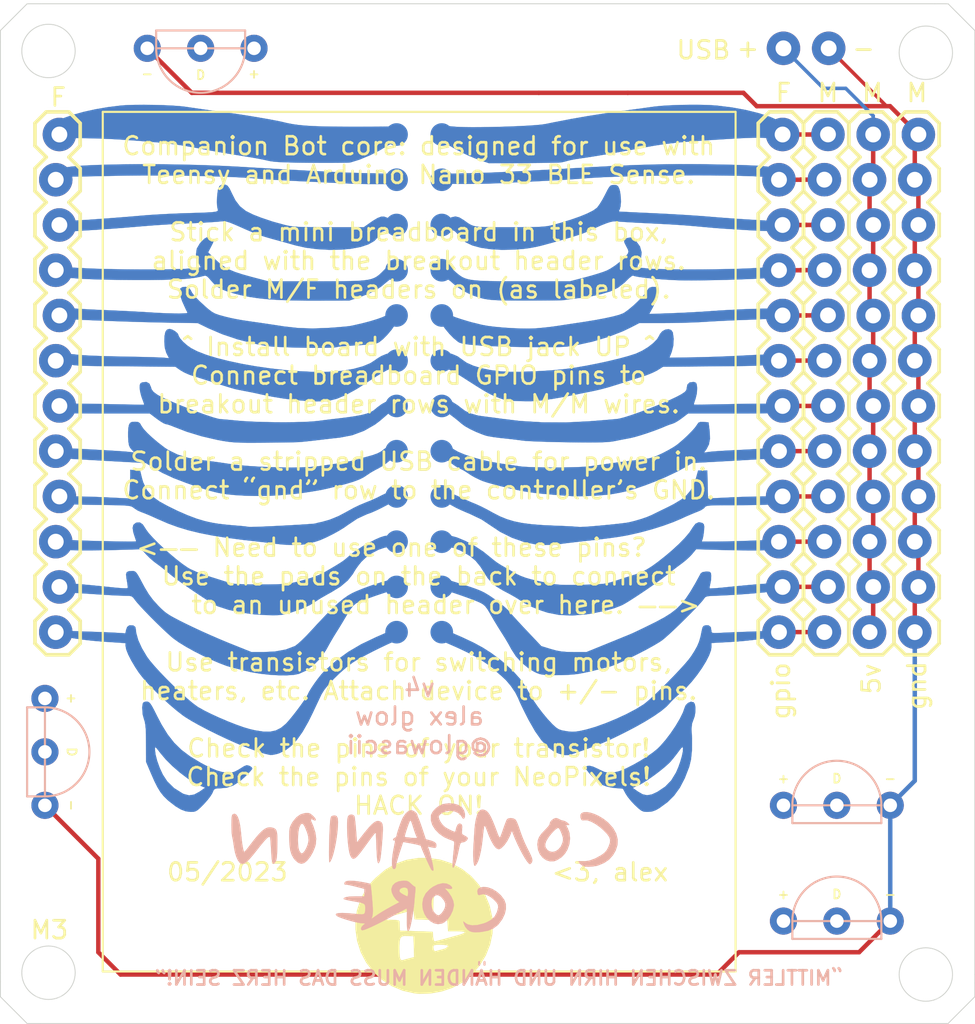
<source format=kicad_pcb>
(kicad_pcb (version 20221018) (generator pcbnew)

  (general
    (thickness 1.6)
  )

  (paper "A4")
  (layers
    (0 "F.Cu" signal)
    (31 "B.Cu" signal)
    (32 "B.Adhes" user "B.Adhesive")
    (33 "F.Adhes" user "F.Adhesive")
    (34 "B.Paste" user)
    (35 "F.Paste" user)
    (36 "B.SilkS" user "B.Silkscreen")
    (37 "F.SilkS" user "F.Silkscreen")
    (38 "B.Mask" user)
    (39 "F.Mask" user)
    (40 "Dwgs.User" user "User.Drawings")
    (41 "Cmts.User" user "User.Comments")
    (42 "Eco1.User" user "User.Eco1")
    (43 "Eco2.User" user "User.Eco2")
    (44 "Edge.Cuts" user)
    (45 "Margin" user)
    (46 "B.CrtYd" user "B.Courtyard")
    (47 "F.CrtYd" user "F.Courtyard")
    (48 "B.Fab" user)
    (49 "F.Fab" user)
  )

  (setup
    (pad_to_mask_clearance 0.051)
    (solder_mask_min_width 0.25)
    (pcbplotparams
      (layerselection 0x00010fc_ffffffff)
      (plot_on_all_layers_selection 0x0000000_00000000)
      (disableapertmacros false)
      (usegerberextensions false)
      (usegerberattributes false)
      (usegerberadvancedattributes false)
      (creategerberjobfile false)
      (dashed_line_dash_ratio 12.000000)
      (dashed_line_gap_ratio 3.000000)
      (svgprecision 4)
      (plotframeref false)
      (viasonmask false)
      (mode 1)
      (useauxorigin false)
      (hpglpennumber 1)
      (hpglpenspeed 20)
      (hpglpendiameter 15.000000)
      (dxfpolygonmode true)
      (dxfimperialunits true)
      (dxfusepcbnewfont true)
      (psnegative false)
      (psa4output false)
      (plotreference true)
      (plotvalue true)
      (plotinvisibletext false)
      (sketchpadsonfab false)
      (subtractmaskfromsilk false)
      (outputformat 1)
      (mirror false)
      (drillshape 1)
      (scaleselection 1)
      (outputdirectory "")
    )
  )

  (net 0 "")

  (footprint "alexglow-footprints:2-pin-power" (layer "F.Cu") (at 172.54 48.4 180))

  (footprint "alexglow-footprints:hlogoTiny" (layer "F.Cu") (at 149.75 97.75))

  (footprint "Connectors:1X12_MACHINE-PIN-HEADER_LOCK.004" (layer "F.Cu") (at 177.48 81.28 90))

  (footprint "Connectors:1X12_MACHINE-PIN-HEADER_LOCK.004" (layer "F.Cu") (at 169.85 81.28 90))

  (footprint "Connectors:1X12_MACHINE-PIN-HEADER_LOCK.004" (layer "F.Cu") (at 174.94 81.28 90))

  (footprint "Connectors:1X12_MACHINE-PIN-HEADER_LOCK.004" (layer "F.Cu") (at 129.21 81.28 90))

  (footprint "Connectors:1X12_MACHINE-PIN-HEADER_LOCK.004" (layer "F.Cu") (at 172.4 81.275 90))

  (footprint "cbot-breadboard:coretext-520" (layer "B.Cu") (at 149.87036 94.5 180))

  (footprint "alexglow-footprints:round-pad" (layer "B.Cu") (at 150.8 76.2))

  (footprint "alexglow-footprints:round-pad" (layer "B.Cu") (at 148.26 76.2))

  (footprint "alexglow-footprints:round-pad" (layer "B.Cu") (at 150.8 78.74))

  (footprint "alexglow-footprints:round-pad" (layer "B.Cu") (at 150.8 53.34))

  (footprint "alexglow-footprints:round-pad" (layer "B.Cu") (at 150.8 55.88))

  (footprint "alexglow-footprints:round-pad" (layer "B.Cu") (at 148.26 53.34))

  (footprint "cbot-breadboard:herz-whole-mask-neg-520" (layer "B.Cu") (at 141.91 68.707 180))

  (footprint "cbot-breadboard:bow-smol-neg-385" (layer "B.Cu")
    (tstamp 00000000-0000-0000-0000-0000619be0b6)
    (at 149.59096 71.5772 180)
    (attr through_hole)
    (fp_text reference "G***" (at 0 0) (layer "B.SilkS") hide
        (effects (font (size 1.524 1.524) (thickness 0.3)) (justify mirror))
      (tstamp b7fd4cee-3c67-4788-9e39-23a5d0cb3bbd)
    )
    (fp_text value "LOGO" (at 0.75 0) (layer "B.SilkS") hide
        (effects (font (size 1.524 1.524) (thickness 0.3)) (justify mirror))
      (tstamp d58a578e-3004-43a7-a749-7030a8135327)
    )
    (fp_poly
      (pts
        (xy -13.316201 16.557837)
        (xy -12.110405 16.523761)
        (xy -10.844552 16.470229)
        (xy -9.483733 16.396517)
        (xy -9.467273 16.395541)
        (xy -8.434632 16.334655)
        (xy -7.521435 16.281633)
        (xy -6.715451 16.235884)
        (xy -6.004446 16.196815)
        (xy -5.37619 16.163835)
        (xy -4.818449 16.136353)
        (xy -4.318992 16.113775)
        (xy -3.865586 16.095511)
        (xy -3.445999 16.080969)
        (xy -3.047999 16.069556)
        (xy -2.659354 16.060681)
        (xy -2.474026 16.057175)
        (xy -2.026958 16.048101)
        (xy -1.621901 16.037727)
        (xy -1.278154 16.026723)
        (xy -1.015017 16.015758)
        (xy -0.85179 16.005501)
        (xy -0.808182 15.999449)
        (xy -0.731455 15.920589)
        (xy -0.763292 15.790754)
        (xy -0.895603 15.631191)
        (xy -0.960344 15.574605)
        (xy -1.029915 15.533111)
        (xy -1.124803 15.504198)
        (xy -1.265492 15.485358)
        (xy -1.47247 15.474082)
        (xy -1.766223 15.46786)
        (xy -2.167237 15.464183)
        (xy -2.264564 15.463515)
        (xy -2.738774 15.463609)
        (xy -3.251625 15.469214)
        (xy -3.754524 15.479455)
        (xy -4.198873 15.493456)
        (xy -4.387273 15.501762)
        (xy -5.239599 15.544632)
        (xy -5.972182 15.581798)
        (xy -6.597075 15.613939)
        (xy -7.126329 15.641733)
        (xy -7.571995 15.665858)
        (xy -7.946124 15.686993)
        (xy -8.260768 15.705817)
        (xy -8.527979 15.723007)
        (xy -8.759807 15.739243)
        (xy -8.968305 15.755202)
        (xy -9.137403 15.76916)
        (xy -9.685158 15.808264)
        (xy -10.343374 15.842784)
        (xy -11.092317 15.872544)
        (xy -11.912255 15.897367)
        (xy -12.783455 15.917076)
        (xy -13.686185 15.931494)
        (xy -14.60071 15.940446)
        (xy -15.5073 15.943754)
        (xy -16.38622 15.941242)
        (xy -17.217738 15.932734)
        (xy -17.982121 15.918052)
        (xy -18.659636 15.897021)
        (xy -19.230551 15.869464)
        (xy -19.366611 15.860692)
        (xy -19.642372 15.846056)
        (xy -19.823111 15.851575)
        (xy -19.944869 15.882139)
        (xy -20.043687 15.942639)
        (xy -20.058765 15.954604)
        (xy -20.165391 16.050682)
        (xy -20.175879 16.120673)
        (xy -20.09825 16.219491)
        (xy -20.097559 16.220254)
        (xy -20.02219 16.285312)
        (xy -19.915921 16.340151)
        (xy -19.76689 16.386005)
        (xy -19.563235 16.424108)
        (xy -19.293092 16.455694)
        (xy -18.9446 16.481997)
        (xy -18.505895 16.504251)
        (xy -17.965116 16.523691)
        (xy -17.310399 16.541551)
        (xy -16.922338 16.550593)
        (xy -15.687258 16.570527)
        (xy -14.496849 16.573184)
        (xy -13.316201 16.557837)
      )

      (stroke (width 0.01) (type solid)) (fill solid) (layer "B.Cu") (tstamp 84e97ced-0c30-4fbb-98c4-fefe03625020))
    (fp_poly
      (pts
        (xy 15.909832 16.567812)
        (xy 16.676543 16.561393)
        (xy 17.396617 16.548777)
        (xy 18.05828 16.530074)
        (xy 18.649759 16.505395)
        (xy 19.159281 16.47485)
        (xy 19.575072 16.438549)
        (xy 19.885359 16.396605)
        (xy 20.078369 16.349126)
        (xy 20.105606 16.33709)
        (xy 20.272562 16.218947)
        (xy 20.310214 16.098551)
        (xy 20.221007 15.966376)
        (xy 20.204545 15.95157)
        (xy 20.163686 15.926723)
        (xy 20.096228 15.90713)
        (xy 19.990048 15.892633)
        (xy 19.83302 15.883075)
        (xy 19.613023 15.878298)
        (xy 19.317932 15.878145)
        (xy 18.935623 15.882458)
        (xy 18.453972 15.891078)
        (xy 17.860856 15.90385)
        (xy 17.384156 15.914909)
        (xy 16.563381 15.929915)
        (xy 15.697284 15.937746)
        (xy 14.804785 15.938742)
        (xy 13.9048 15.933244)
        (xy 13.016249 15.921593)
        (xy 12.158047 15.904128)
        (xy 11.349115 15.881192)
        (xy 10.608369 15.853124)
        (xy 9.954728 15.820266)
        (xy 9.407109 15.782956)
        (xy 9.236364 15.768205)
        (xy 8.956854 15.745355)
        (xy 8.577662 15.718756)
        (xy 8.130925 15.690427)
        (xy 7.648783 15.662387)
        (xy 7.163376 15.636652)
        (xy 7.059221 15.631495)
        (xy 6.533937 15.605852)
        (xy 5.964063 15.578039)
        (xy 5.393524 15.550199)
        (xy 4.866245 15.524474)
        (xy 4.426151 15.50301)
        (xy 4.42026 15.502722)
        (xy 3.838236 15.478459)
        (xy 3.267211 15.462308)
        (xy 2.728292 15.45431)
        (xy 2.242587 15.454507)
        (xy 1.831201 15.462939)
        (xy 1.515243 15.479648)
        (xy 1.359084 15.496765)
        (xy 1.177116 15.558011)
        (xy 1.01621 15.665976)
        (xy 0.904219 15.792704)
        (xy 0.868998 15.910243)
        (xy 0.894527 15.962995)
        (xy 0.975701 15.981699)
        (xy 1.170312 16.00056)
        (xy 1.459852 16.018564)
        (xy 1.825815 16.034696)
        (xy 2.249694 16.047943)
        (xy 2.573386 16.054999)
        (xy 2.922912 16.061953)
        (xy 3.268531 16.070381)
        (xy 3.621348 16.080827)
        (xy 3.992464 16.093834)
        (xy 4.392981 16.109947)
        (xy 4.834002 16.12971)
        (xy 5.326627 16.153667)
        (xy 5.881961 16.182361)
        (xy 6.511105 16.216337)
        (xy 7.22516 16.256138)
        (xy 8.03523 16.302308)
        (xy 8.952416 16.355391)
        (xy 9.987821 16.415932)
        (xy 10.225974 16.429918)
        (xy 10.989492 16.469979)
        (xy 11.788786 16.503069)
        (xy 12.612082 16.529298)
        (xy 13.447609 16.548776)
        (xy 14.283591 16.561614)
        (xy 15.108257 16.567922)
        (xy 15.909832 16.567812)
      )

      (stroke (width 0.01) (type solid)) (fill solid) (layer "B.Cu") (tstamp b58942de-72bf-4b82-ba3e-f1dbdb1e7775))
    (fp_poly
      (pts
        (xy -15.046712 -13.673173)
        (xy -14.914232 -13.805664)
        (xy -14.865867 -13.916127)
        (xy -14.760998 -14.21244)
        (xy -14.581268 -14.57327)
        (xy -14.345417 -14.970134)
        (xy -14.072186 -15.374548)
        (xy -13.780316 -15.758031)
        (xy -13.488548 -16.0921)
        (xy -13.332296 -16.246877)
        (xy -13.076531 -16.455622)
        (xy -12.743065 -16.687705)
        (xy -12.364386 -16.924299)
        (xy -11.972979 -17.146579)
        (xy -11.601333 -17.335716)
        (xy -11.281933 -17.472884)
        (xy -11.133308 -17.521241)
        (xy -10.821772 -17.590837)
        (xy -10.577339 -17.602092)
        (xy -10.346183 -17.548633)
        (xy -10.074479 -17.424088)
        (xy -10.00633 -17.387819)
        (xy -9.716815 -17.254355)
        (xy -9.494981 -17.199479)
        (xy -9.352825 -17.224172)
        (xy -9.30234 -17.329413)
        (xy -9.302338 -17.330329)
        (xy -9.349736 -17.436085)
        (xy -9.474515 -17.597348)
        (xy -9.650549 -17.787789)
        (xy -9.851713 -17.981079)
        (xy -10.051884 -18.15089)
        (xy -10.224935 -18.270892)
        (xy -10.248326 -18.283694)
        (xy -10.456451 -18.361251)
        (xy -10.731244 -18.424202)
        (xy -10.945717 -18.452646)
        (xy -11.389846 -18.489881)
        (xy -11.541398 -18.775559)
        (xy -11.666214 -18.964175)
        (xy -11.852224 -19.192001)
        (xy -12.060783 -19.41198)
        (xy -12.076123 -19.426723)
        (xy -12.275097 -19.610727)
        (xy -12.419054 -19.719857)
        (xy -12.545327 -19.77348)
        (xy -12.691249 -19.790964)
        (xy -12.780627 -19.792207)
        (xy -13.023832 -19.769518)
        (xy -13.248646 -19.687689)
        (xy -13.439078 -19.577792)
        (xy -13.890619 -19.248533)
        (xy -14.26796 -18.874552)
        (xy -14.586637 -18.434299)
        (xy -14.862189 -17.906226)
        (xy -15.110151 -17.268781)
        (xy -15.115808 -17.252207)
        (xy -15.215507 -16.834933)
        (xy -15.266434 -16.309318)
        (xy -15.266802 -16.214067)
        (xy -14.765342 -16.214067)
        (xy -14.757755 -16.391318)
        (xy -14.704522 -16.652246)
        (xy -14.615953 -16.961033)
        (xy -14.50236 -17.281861)
        (xy -14.374053 -17.57891)
        (xy -14.370151 -17.586943)
        (xy -14.102736 -18.024901)
        (xy -13.760313 -18.377398)
        (xy -13.326753 -18.666414)
        (xy -13.010751 -18.812099)
        (xy -12.747315 -18.859071)
        (xy -12.501083 -18.806995)
        (xy -12.237563 -18.656153)
        (xy -11.936203 -18.443735)
        (xy -12.271509 -18.295755)
        (xy -12.500656 -18.173152)
        (xy -12.795098 -17.985136)
        (xy -13.122792 -17.755377)
        (xy -13.451694 -17.507543)
        (xy -13.749763 -17.265304)
        (xy -13.984955 -17.052329)
        (xy -14.059021 -16.97537)
        (xy -14.232118 -16.771046)
        (xy -14.422167 -16.52882)
        (xy -14.515232 -16.402627)
        (xy -14.644278 -16.231183)
        (xy -14.71948 -16.160085)
        (xy -14.756503 -16.177522)
        (xy -14.765342 -16.214067)
        (xy -15.266802 -16.214067)
        (xy -15.268906 -15.669989)
        (xy -15.241034 -15.138666)
        (xy -15.267791 -14.844948)
        (xy -15.339844 -14.644526)
        (xy -15.418317 -14.427267)
        (xy -15.459623 -14.176819)
        (xy -15.462965 -13.93367)
        (xy -15.427544 -13.738306)
        (xy -15.35975 -13.635394)
        (xy -15.210156 -13.607925)
        (xy -15.046712 -13.673173)
      )

      (stroke (width 0.01) (type solid)) (fill solid) (layer "B.Cu") (tstamp 9b7f85bf-4846-42e0-a3cc-dfeff4e3d302))
    (fp_poly
      (pts
        (xy 15.420721 -13.602524)
        (xy 15.432275 -13.603807)
        (xy 15.535437 -13.629111)
        (xy 15.589977 -13.697872)
        (xy 15.615823 -13.846138)
        (xy 15.623482 -13.949664)
        (xy 15.599581 -14.314239)
        (xy 15.527905 -14.576417)
        (xy 15.480869 -14.725438)
        (xy 15.447565 -14.906071)
        (xy 15.42584 -15.142744)
        (xy 15.41354 -15.459883)
        (xy 15.408511 -15.881916)
        (xy 15.408319 -15.932727)
        (xy 15.404935 -16.988311)
        (xy 15.136316 -17.62217)
        (xy 14.940046 -18.067026)
        (xy 14.766537 -18.412282)
        (xy 14.598756 -18.684141)
        (xy 14.419668 -18.908806)
        (xy 14.21224 -19.112482)
        (xy 14.111077 -19.199314)
        (xy 13.752613 -19.475974)
        (xy 13.447819 -19.65889)
        (xy 13.171679 -19.760238)
        (xy 12.899175 -19.792192)
        (xy 12.892741 -19.792207)
        (xy 12.739629 -19.786173)
        (xy 12.618919 -19.755625)
        (xy 12.49874 -19.681897)
        (xy 12.347222 -19.546322)
        (xy 12.170842 -19.369387)
        (xy 11.970918 -19.148694)
        (xy 11.80103 -18.930719)
        (xy 11.68964 -18.752999)
        (xy 11.670593 -18.709646)
        (xy 11.609015 -18.565236)
        (xy 11.532023 -18.495917)
        (xy 11.393919 -18.47426)
        (xy 11.275881 -18.472727)
        (xy 10.882103 -18.434696)
        (xy 12.089323 -18.434696)
        (xy 12.39445 -18.651633)
        (xy 12.702719 -18.819825)
        (xy 12.993527 -18.864791)
        (xy 13.289184 -18.789115)
        (xy 13.346523 -18.761931)
        (xy 13.836692 -18.454504)
        (xy 14.219388 -18.07842)
        (xy 14.46774 -17.698134)
        (xy 14.643401 -17.318736)
        (xy 14.784226 -16.926619)
        (xy 14.8774 -16.563006)
        (xy 14.91013 -16.275186)
        (xy 14.904936 -16.185898)
        (xy 14.878629 -16.164015)
        (xy 14.815121 -16.220677)
        (xy 14.698322 -16.367027)
        (xy 14.611279 -16.482148)
        (xy 14.301275 -16.848716)
        (xy 13.922648 -17.225061)
        (xy 13.505233 -17.586706)
        (xy 13.078863 -17.909175)
        (xy 12.673373 -18.16799)
        (xy 12.375635 -18.316276)
        (xy 12.089323 -18.434696)
        (xy 10.882103 -18.434696)
        (xy 10.869916 -18.433519)
        (xy 10.502831 -18.306831)
        (xy 10.144316 -18.079069)
        (xy 9.873022 -17.843479)
        (xy 9.679963 -17.652323)
        (xy 9.530223 -17.490046)
        (xy 9.445496 -17.380847)
        (xy 9.434286 -17.354082)
        (xy 9.487833 -17.276556)
        (xy 9.596518 -17.208447)
        (xy 9.748736 -17.170119)
        (xy 9.895783 -17.224874)
        (xy 9.922179 -17.241612)
        (xy 10.215137 -17.424829)
        (xy 10.437434 -17.537975)
        (xy 10.621755 -17.593017)
        (xy 10.800783 -17.601921)
        (xy 10.885699 -17.594377)
        (xy 11.164281 -17.546854)
        (xy 11.443973 -17.464729)
        (xy 11.75491 -17.336314)
        (xy 12.127231 -17.14992)
        (xy 12.365437 -17.02048)
        (xy 12.936769 -16.674806)
        (xy 13.416935 -16.313412)
        (xy 13.828671 -15.911874)
        (xy 14.19471 -15.445766)
        (xy 14.537787 -14.890665)
        (xy 14.782743 -14.423391)
        (xy 14.949816 -14.090674)
        (xy 15.07411 -13.859639)
        (xy 15.169486 -13.712797)
        (xy 15.249806 -13.632657)
        (xy 15.328931 -13.60173)
        (xy 15.420721 -13.602524)
      )

      (stroke (width 0.01) (type solid)) (fill solid) (layer "B.Cu") (tstamp b4219da7-d5f0-4f12-95b4-e1aeebf1643e))
    (fp_poly
      (pts
        (xy -14.623413 19.89666)
        (xy -14.078833 19.876928)
        (xy -13.587284 19.847359)
        (xy -13.183504 19.808609)
        (xy -13.095844 19.796919)
        (xy -12.903917 19.769965)
        (xy -12.609899 19.729545)
        (xy -12.242501 19.679567)
        (xy -11.830431 19.623936)
        (xy -11.413507 19.568041)
        (xy -10.379766 19.423205)
        (xy -9.421637 19.273614)
        (xy -8.482871 19.10973)
        (xy -7.507219 18.922015)
        (xy -7.026234 18.824147)
        (xy -6.805136 18.791999)
        (xy -6.473795 18.76152)
        (xy -6.053913 18.733323)
        (xy -5.567193 18.708017)
        (xy -5.035334 18.686215)
        (xy -4.480038 18.668528)
        (xy -3.923008 18.655565)
        (xy -3.385944 18.64794)
        (xy -2.890547 18.646263)
        (xy -2.45852 18.651144)
        (xy -2.111564 18.663196)
        (xy -1.898077 18.679726)
        (xy -1.631042 18.704848)
        (xy -1.411811 18.715067)
        (xy -1.274927 18.709192)
        (xy -1.250934 18.702047)
        (xy -1.203154 18.609581)
        (xy -1.20013 18.502259)
        (xy -1.162062 18.328149)
        (xy -1.088571 18.248528)
        (xy -0.99943 18.151174)
        (xy -1.020386 18.04685)
        (xy -1.027007 18.035676)
        (xy -1.131812 17.915147)
        (xy -1.191942 17.872782)
        (xy -1.284846 17.821263)
        (xy -1.464086 17.718457)
        (xy -1.70235 17.58012)
        (xy -1.927962 17.448086)
        (xy -2.27608 17.259678)
        (xy -2.672006 17.070112)
        (xy -3.052313 16.908924)
        (xy -3.214456 16.849005)
        (xy -3.859481 16.626635)
        (xy -5.805714 16.635029)
        (xy -6.307169 16.638085)
        (xy -6.771984 16.642615)
        (xy -7.182011 16.648308)
        (xy -7.519097 16.654854)
        (xy -7.765093 16.661943)
        (xy -7.901847 16.669266)
        (xy -7.916883 16.671103)
        (xy -8.105296 16.712297)
        (xy -8.280058 16.760858)
        (xy -8.447948 16.801804)
        (xy -8.691952 16.847841)
        (xy -8.939798 16.886184)
        (xy -9.389127 16.952171)
        (xy -9.94425 17.040953)
        (xy -10.581761 17.148546)
        (xy -11.278249 17.27097)
        (xy -12.010307 17.404243)
        (xy -12.271169 17.452821)
        (xy -12.738932 17.538937)
        (xy -13.152679 17.610797)
        (xy -13.535407 17.671031)
        (xy -13.910114 17.722267)
        (xy -14.299799 17.767136)
        (xy -14.727458 17.808267)
        (xy -15.216092 17.848289)
        (xy -15.788697 17.889831)
        (xy -16.468271 17.935523)
        (xy -16.526494 17.939342)
        (xy -17.227297 17.984048)
        (xy -17.811575 18.018201)
        (xy -18.294314 18.041969)
        (xy -18.6905 18.055523)
        (xy -19.01512 18.059034)
        (xy -19.28316 18.05267)
        (xy -19.509605 18.036603)
        (xy -19.709443 18.011001)
        (xy -19.890621 17.977517)
        (xy -20.152461 17.924816)
        (xy -20.315038 17.901357)
        (xy -20.407757 17.90714)
        (xy -20.460022 17.942167)
        (xy -20.484387 17.977538)
        (xy -20.578631 18.11343)
        (xy -20.669431 18.228041)
        (xy -20.770743 18.390074)
        (xy -20.775361 18.537693)
        (xy -20.67527 18.684058)
        (xy -20.462456 18.842328)
        (xy -20.208518 18.984871)
        (xy -19.672185 19.221345)
        (xy -19.027994 19.432724)
        (xy -18.298582 19.613434)
        (xy -17.506587 19.757903)
        (xy -16.674647 19.860557)
        (xy -16.637319 19.864041)
        (xy -16.227978 19.890245)
        (xy -15.732722 19.903977)
        (xy -15.186289 19.905896)
        (xy -14.623413 19.89666)
      )

      (stroke (width 0.01) (type solid)) (fill solid) (layer "B.Cu") (tstamp e8bca2f0-7374-4b9c-82df-4d00735618f6))
    (fp_poly
      (pts
        (xy 16.029272 19.901208)
        (xy 16.473232 19.887868)
        (xy 16.822952 19.863952)
        (xy 16.823377 19.863909)
        (xy 17.559223 19.772359)
        (xy 18.265234 19.651235)
        (xy 18.925045 19.505215)
        (xy 19.522292 19.33898)
        (xy 20.040611 19.15721)
        (xy 20.463637 18.964585)
        (xy 20.775007 18.765785)
        (xy 20.831299 18.717678)
        (xy 20.936562 18.604485)
        (xy 20.967624 18.500178)
        (xy 20.920801 18.369736)
        (xy 20.792409 18.17814)
        (xy 20.771555 18.14966)
        (xy 20.660474 18.005926)
        (xy 20.564796 17.924812)
        (xy 20.449749 17.899611)
        (xy 20.280564 17.923615)
        (xy 20.022469 17.990119)
        (xy 19.99013 17.99893)
        (xy 19.841875 18.018278)
        (xy 19.582269 18.029762)
        (xy 19.231653 18.033715)
        (xy 18.810369 18.03047)
        (xy 18.338757 18.020359)
        (xy 17.83716 18.003716)
        (xy 17.325919 17.980873)
        (xy 16.825376 17.952164)
        (xy 16.724416 17.945481)
        (xy 15.986243 17.893883)
        (xy 15.357488 17.846005)
        (xy 14.815769 17.799283)
        (xy 14.338703 17.751154)
        (xy 13.90391 17.699055)
        (xy 13.489009 17.640423)
        (xy 13.071617 17.572695)
        (xy 12.629354 17.493307)
        (xy 12.403117 17.450584)
        (xy 11.821374 17.341365)
        (xy 11.280907 17.24468)
        (xy 10.729088 17.15145)
        (xy 10.113289 17.052594)
        (xy 9.929091 17.023739)
        (xy 9.549903 16.961615)
        (xy 9.175538 16.89509)
        (xy 8.846064 16.831606)
        (xy 8.60155 16.778606)
        (xy 8.576623 16.772508)
        (xy 8.421523 16.740163)
        (xy 8.231965 16.714145)
        (xy 7.992139 16.693678)
        (xy 7.686236 16.677983)
        (xy 7.298444 16.666285)
        (xy 6.812954 16.657807)
        (xy 6.213956 16.651771)
        (xy 6.102597 16.650953)
        (xy 5.590624 16.648393)
        (xy 5.117016 16.648018)
        (xy 4.69903 16.649685)
        (xy 4.353922 16.653254)
        (xy 4.098947 16.65858)
        (xy 3.951362 16.665522)
        (xy 3.925454 16.668909)
        (xy 3.416299 16.826798)
        (xy 2.858961 17.056326)
        (xy 2.299561 17.336845)
        (xy 1.882463 17.583515)
        (xy 1.680709 17.703085)
        (xy 1.512292 17.786093)
        (xy 1.423132 17.812987)
        (xy 1.318766 17.863807)
        (xy 1.209212 17.985921)
        (xy 1.13687 18.110869)
        (xy 1.14403 18.183726)
        (xy 1.224185 18.252953)
        (xy 1.324347 18.391784)
        (xy 1.352467 18.525345)
        (xy 1.361847 18.634381)
        (xy 1.413695 18.683435)
        (xy 1.54357 18.691852)
        (xy 1.649351 18.68684)
        (xy 1.787362 18.682851)
        (xy 2.038835 18.679449)
        (xy 2.385284 18.676731)
        (xy 2.808226 18.674794)
        (xy 3.289174 18.673734)
        (xy 3.809644 18.673649)
        (xy 4.09039 18.674024)
        (xy 4.838773 18.678404)
        (xy 5.472357 18.68935)
        (xy 6.008179 18.708087)
        (xy 6.463282 18.735841)
        (xy 6.854703 18.77384)
        (xy 7.199483 18.823309)
        (xy 7.514661 18.885474)
        (xy 7.718961 18.935153)
        (xy 7.91201 18.97859)
        (xy 8.207986 19.036725)
        (xy 8.579305 19.104835)
        (xy 8.998384 19.178194)
        (xy 9.437638 19.252077)
        (xy 9.869483 19.32176)
        (xy 10.266338 19.382517)
        (xy 10.600616 19.429624)
        (xy 10.621818 19.432399)
        (xy 11.110008 19.497501)
        (xy 11.682641 19.576461)
        (xy 12.293785 19.662823)
        (xy 12.897508 19.750132)
        (xy 13.194805 19.793994)
        (xy 13.52608 19.831044)
        (xy 13.956866 19.861252)
        (xy 14.454869 19.883994)
        (xy 14.987799 19.898649)
        (xy 15.523364 19.904594)
        (xy 16.029272 19.901208)
      )

      (stroke (width 0.01) (type solid)) (fill solid) (layer "B.Cu") (tstamp eb01baeb-b498-46f0-9261-a46abd2d8807))
    (fp_poly
      (pts
        (xy 12.129089 12.387191)
        (xy 12.308823 12.209336)
        (xy 12.386735 12.120432)
        (xy 12.558117 11.829342)
        (xy 12.602393 11.50704)
        (xy 12.519119 11.159288)
        (xy 12.469091 11.05065)
        (xy 12.389423 10.892432)
        (xy 12.342468 10.795402)
        (xy 12.337143 10.78227)
        (xy 12.398024 10.772234)
        (xy 12.56143 10.753206)
        (xy 12.798508 10.728424)
        (xy 12.947403 10.713752)
        (xy 13.233422 10.694351)
        (xy 13.630773 10.679277)
        (xy 14.118913 10.668462)
        (xy 14.677299 10.661835)
        (xy 15.285388 10.659326)
        (xy 15.922637 10.660865)
        (xy 16.568503 10.666382)
        (xy 17.202444 10.675808)
        (xy 17.803915 10.689071)
        (xy 18.352376 10.706101)
        (xy 18.827281 10.72683)
        (xy 18.960728 10.734255)
        (xy 19.357048 10.755737)
        (xy 19.710987 10.771122)
        (xy 20.000315 10.779748)
        (xy 20.202801 10.780956)
        (xy 20.296216 10.774086)
        (xy 20.296702 10.773907)
        (xy 20.369399 10.684822)
        (xy 20.379349 10.53325)
        (xy 20.325704 10.373229)
        (xy 20.303506 10.339881)
        (xy 20.19185 10.278554)
        (xy 19.95492 10.225233)
        (xy 19.591767 10.179857)
        (xy 19.101441 10.142367)
        (xy 18.482991 10.112702)
        (xy 17.73547 10.090801)
        (xy 16.857926 10.076605)
        (xy 16.064675 10.070766)
        (xy 15.223136 10.070784)
        (xy 14.502303 10.078678)
        (xy 13.891133 10.095085)
        (xy 13.378582 10.120644)
        (xy 12.953607 10.15599)
        (xy 12.605165 10.201762)
        (xy 12.322213 10.258595)
        (xy 12.192695 10.294129)
        (xy 12.080432 10.313634)
        (xy 11.98441 10.277773)
        (xy 11.868548 10.166198)
        (xy 11.780342 10.061586)
        (xy 11.581567 9.84472)
        (xy 11.366274 9.671164)
        (xy 11.109607 9.528657)
        (xy 10.786711 9.404935)
        (xy 10.37273 9.287736)
        (xy 10.061039 9.213339)
        (xy 9.594003 9.119238)
        (xy 9.095715 9.044393)
        (xy 8.548038 8.987462)
        (xy 7.93283 8.947101)
        (xy 7.231955 8.92197)
        (xy 6.427273 8.910727)
        (xy 5.959885 8.909927)
        (xy 3.991429 8.913359)
        (xy 3.355123 9.127476)
        (xy 2.89228 9.30085)
        (xy 2.51645 9.486855)
        (xy 2.183271 9.710395)
        (xy 1.913183 9.936997)
        (xy 1.727287 10.082687)
        (xy 1.545633 10.190245)
        (xy 1.472119 10.218811)
        (xy 1.307192 10.313066)
        (xy 1.168044 10.474443)
        (xy 1.167196 10.47589)
        (xy 1.091714 10.617983)
        (xy 1.090603 10.708424)
        (xy 1.171381 10.80932)
        (xy 1.212581 10.850787)
        (xy 1.363222 10.970876)
        (xy 1.507764 11.00483)
        (xy 1.668616 10.94666)
        (xy 1.868188 10.790379)
        (xy 2.030346 10.632268)
        (xy 2.174928 10.486293)
        (xy 2.30614 10.36451)
        (xy 2.43708 10.264727)
        (xy 2.580847 10.184752)
        (xy 2.750541 10.122394)
        (xy 2.959259 10.075462)
        (xy 3.220101 10.041763)
        (xy 3.546164 10.019106)
        (xy 3.950548 10.005299)
        (xy 4.446352 9.998151)
        (xy 5.046673 9.995471)
        (xy 5.764611 9.995065)
        (xy 8.543636 9.995065)
        (xy 9.485195 10.242081)
        (xy 9.997615 10.384061)
        (xy 10.40555 10.517543)
        (xy 10.734787 10.65501)
        (xy 11.01111 10.808949)
        (xy 11.260303 10.991845)
        (xy 11.508151 11.216182)
        (xy 11.519186 11.226962)
        (xy 11.921749 11.621228)
        (xy 11.750095 11.949392)
        (xy 11.654928 12.137424)
        (xy 11.61808 12.245895)
        (xy 11.635759 12.311662)
        (xy 11.704176 12.371581)
        (xy 11.706506 12.373323)
        (xy 11.853808 12.459564)
        (xy 11.986044 12.467393)
        (xy 12.129089 12.387191)
      )

      (stroke (width 0.01) (type solid)) (fill solid) (layer "B.Cu") (tstamp d798550e-75ab-4221-ae7a-07854add1218))
    (fp_poly
      (pts
        (xy -13.030329 9.682383)
        (xy -12.85846 9.626708)
        (xy -12.743617 9.474574)
        (xy -12.740155 9.467273)
        (xy -12.632659 9.306119)
        (xy -12.447165 9.092844)
        (xy -12.211702 8.853868)
        (xy -11.954298 8.615612)
        (xy -11.702982 8.404496)
        (xy -11.485781 8.246941)
        (xy -11.384933 8.189782)
        (xy -11.15713 8.107004)
        (xy -10.812688 8.015459)
        (xy -10.366378 7.918273)
        (xy -9.832971 7.818573)
        (xy -9.227239 7.719483)
        (xy -9.005455 7.686197)
        (xy -8.626878 7.63005)
        (xy -8.217601 7.568435)
        (xy -7.84204 7.511082)
        (xy -7.685974 7.486879)
        (xy -7.32555 7.437409)
        (xy -6.912746 7.39103)
        (xy -6.527006 7.35651)
        (xy -6.465455 7.352157)
        (xy -6.092573 7.339828)
        (xy -5.64607 7.344814)
        (xy -5.159139 7.364834)
        (xy -4.664971 7.397609)
        (xy -4.196759 7.440857)
        (xy -3.787695 7.492297)
        (xy -3.470973 7.54965)
        (xy -3.42348 7.561154)
        (xy -3.197404 7.618332)
        (xy -3.020604 7.661582)
        (xy -2.935844 7.680615)
        (xy -2.847495 7.704026)
        (xy -2.664513 7.757578)
        (xy -2.418194 7.832011)
        (xy -2.26502 7.879126)
        (xy -1.950384 7.984631)
        (xy -1.74965 8.073017)
        (xy -1.647116 8.151932)
        (xy -1.627949 8.189519)
        (xy -1.54461 8.286666)
        (xy -1.391798 8.309426)
        (xy -1.210514 8.255562)
        (xy -1.144588 8.215874)
        (xy -1.064652 8.150026)
        (xy -1.039032 8.075563)
        (xy -1.063802 7.949321)
        (xy -1.107762 7.810855)
        (xy -1.216807 7.590602)
        (xy -1.401017 7.325885)
        (xy -1.630108 7.051554)
        (xy -1.873797 6.802458)
        (xy -2.1018 6.613447)
        (xy -2.202139 6.55149)
        (xy -2.374647 6.498496)
        (xy -2.673731 6.45087)
        (xy -3.094116 6.408941)
        (xy -3.630526 6.373033)
        (xy -4.277685 6.343472)
        (xy -5.030317 6.320585)
        (xy -5.883148 6.304698)
        (xy -6.267533 6.300215)
        (xy -6.849636 6.296018)
        (xy -7.320333 6.29657)
        (xy -7.700106 6.302683)
        (xy -8.009438 6.315168)
        (xy -8.268812 6.334838)
        (xy -8.49871 6.362504)
        (xy -8.708571 6.396951)
        (xy -9.665923 6.606966)
        (xy -10.566026 6.874339)
        (xy -11.38183 7.190367)
        (xy -11.811713 7.395629)
        (xy -12.308881 7.652987)
        (xy -13.658986 7.652509)
        (xy -14.151588 7.656006)
        (xy -14.677217 7.666002)
        (xy -15.192743 7.681259)
        (xy -15.655035 7.700543)
        (xy -15.965714 7.718603)
        (xy -16.339857 7.742049)
        (xy -16.805944 7.767276)
        (xy -17.324026 7.792351)
        (xy -17.854152 7.815344)
        (xy -18.356372 7.834321)
        (xy -18.362647 7.834536)
        (xy -18.837535 7.851636)
        (xy -19.197788 7.867396)
        (xy -19.460675 7.883813)
        (xy -19.643466 7.902885)
        (xy -19.763433 7.92661)
        (xy -19.837844 7.956984)
        (xy -19.88397 7.996006)
        (xy -19.896543 8.011961)
        (xy -19.981341 8.197636)
        (xy -19.959284 8.354843)
        (xy -19.874675 8.435332)
        (xy -19.772126 8.45172)
        (xy -19.554525 8.459326)
        (xy -19.238437 8.458706)
        (xy -18.840427 8.450418)
        (xy -18.377061 8.435018)
        (xy -17.864903 8.413063)
        (xy -17.32052 8.385108)
        (xy -16.760475 8.351711)
        (xy -16.201335 8.313427)
        (xy -16.163636 8.310652)
        (xy -15.781698 8.285279)
        (xy -15.314929 8.258701)
        (xy -14.810396 8.233351)
        (xy -14.315165 8.211663)
        (xy -14.069033 8.20236)
        (xy -12.86508 8.159963)
        (xy -13.061126 8.516735)
        (xy -13.187139 8.783243)
        (xy -13.294625 9.073942)
        (xy -13.33665 9.22524)
        (xy -13.375307 9.470962)
        (xy -13.345937 9.616149)
        (xy -13.235549 9.680185)
        (xy -13.031154 9.682454)
        (xy -13.030329 9.682383)
      )

      (stroke (width 0.01) (type solid)) (fill solid) (layer "B.Cu") (tstamp 62e408b9-e576-4934-9afc-6bb5af3b4f91))
    (fp_poly
      (pts
        (xy 14.230347 7.284613)
        (xy 14.320772 7.159488)
        (xy 14.369365 6.933321)
        (xy 14.382338 6.632099)
        (xy 14.356774 6.270277)
        (xy 14.274696 5.988825)
        (xy 14.24964 5.936194)
        (xy 14.116943 5.676085)
        (xy 14.398082 5.705724)
        (xy 14.53242 5.714127)
        (xy 14.780252 5.723937)
        (xy 15.123137 5.734645)
        (xy 15.542634 5.745745)
        (xy 16.020302 5.756729)
        (xy 16.537701 5.767091)
        (xy 16.801667 5.771814)
        (xy 17.337224 5.782946)
        (xy 17.846886 5.797177)
        (xy 18.311233 5.81369)
        (xy 18.710847 5.831665)
        (xy 19.026308 5.850284)
        (xy 19.238198 5.868728)
        (xy 19.295629 5.876945)
        (xy 19.610063 5.909552)
        (xy 19.859027 5.887818)
        (xy 20.030869 5.822791)
        (xy 20.113934 5.725517)
        (xy 20.096569 5.607042)
        (xy 19.967121 5.478414)
        (xy 19.808701 5.390587)
        (xy 19.729146 5.35591)
        (xy 19.646933 5.327162)
        (xy 19.549197 5.303668)
        (xy 19.423071 5.284749)
        (xy 19.25569 5.269731)
        (xy 19.034188 5.257935)
        (xy 18.745699 5.248687)
        (xy 18.377357 5.241308)
        (xy 17.916296 5.235123)
        (xy 17.349649 5.229456)
        (xy 16.664552 5.223629)
        (xy 16.627838 5.223328)
        (xy 13.760352 5.199882)
        (xy 13.494072 5.012164)
        (xy 13.269354 4.881382)
        (xy 12.998095 4.760409)
        (xy 12.864935 4.714004)
        (xy 12.672227 4.654222)
        (xy 12.386834 4.564256)
        (xy 12.041618 4.454528)
        (xy 11.669437 4.335462)
        (xy 11.512467 4.28501)
        (xy 11.159917 4.172777)
        (xy 10.840699 4.073475)
        (xy 10.580907 3.995045)
        (xy 10.406639 3.945434)
        (xy 10.357922 3.933549)
        (xy 10.199203 3.902218)
        (xy 9.973463 3.85804)
        (xy 9.83013 3.830127)
        (xy 9.545524 3.774508)
        (xy 9.341214 3.733414)
        (xy 9.167899 3.696586)
        (xy 8.976276 3.653763)
        (xy 8.906493 3.637904)
        (xy 8.306192 3.515658)
        (xy 7.680393 3.414126)
        (xy 7.055007 3.335652)
        (xy 6.455943 3.282583)
        (xy 5.909114 3.257265)
        (xy 5.44043 3.262042)
        (xy 5.107218 3.293952)
        (xy 4.675407 3.407558)
        (xy 4.176078 3.618226)
        (xy 3.623529 3.919502)
        (xy 3.364675 4.080754)
        (xy 3.0744 4.268286)
        (xy 2.777361 4.460325)
        (xy 2.522196 4.625421)
        (xy 2.4395 4.678976)
        (xy 2.18196 4.835517)
        (xy 1.906047 4.987729)
        (xy 1.743793 5.068455)
        (xy 1.546664 5.174762)
        (xy 1.398354 5.282011)
        (xy 1.349488 5.337459)
        (xy 1.22366 5.575024)
        (xy 1.154464 5.728325)
        (xy 1.131224 5.826591)
        (xy 1.143261 5.899047)
        (xy 1.143802 5.900469)
        (xy 1.240342 5.983533)
        (xy 1.422855 6.00778)
        (xy 1.662633 5.979648)
        (xy 1.930963 5.905571)
        (xy 2.199136 5.791987)
        (xy 2.438442 5.64533)
        (xy 2.499466 5.596571)
        (xy 2.810866 5.39474)
        (xy 3.232481 5.220569)
        (xy 3.744384 5.079974)
        (xy 4.326647 4.978868)
        (xy 4.717143 4.938382)
        (xy 5.374215 4.908555)
        (xy 6.096209 4.913813)
        (xy 6.86504 4.951272)
        (xy 7.662629 5.018049)
        (xy 8.470892 5.11126)
        (xy 9.271747 5.228023)
        (xy 10.047112 5.365453)
        (xy 10.778906 5.520668)
        (xy 11.449046 5.690783)
        (xy 12.039451 5.872917)
        (xy 12.532037 6.064186)
        (xy 12.871763 6.238693)
        (xy 13.104976 6.402412)
        (xy 13.318236 6.590538)
        (xy 13.485102 6.775657)
        (xy 13.579133 6.930355)
        (xy 13.590649 6.984057)
        (xy 13.645111 7.082537)
        (xy 13.777281 7.192972)
        (xy 13.94034 7.2837)
        (xy 14.087466 7.323059)
        (xy 14.09203 7.323117)
        (xy 14.230347 7.284613)
      )

      (stroke (width 0.01) (type solid)) (fill solid) (layer "B.Cu") (tstamp 1913037b-7f03-4a3b-8403-16a472a162b5))
    (fp_poly
      (pts
        (xy 11.277929 15.349485)
        (xy 11.36192 15.157812)
        (xy 11.381641 15.0564)
        (xy 11.415505 14.751065)
        (xy 11.425968 14.44949)
        (xy 11.413081 14.194827)
        (xy 11.380511 14.038737)
        (xy 11.367295 13.988576)
        (xy 11.381604 13.948792)
        (xy 11.437403 13.917616)
        (xy 11.548654 13.893277)
        (xy 11.729318 13.874005)
        (xy 11.993359 13.858031)
        (xy 12.35474 13.843584)
        (xy 12.827422 13.828895)
        (xy 13.095844 13.821297)
        (xy 13.605122 13.803927)
        (xy 14.148414 13.779948)
        (xy 14.684289 13.751555)
        (xy 15.171317 13.720945)
        (xy 15.568068 13.690314)
        (xy 15.56987 13.690155)
        (xy 16.485375 13.612638)
        (xy 17.469926 13.535796)
        (xy 18.460685 13.464361)
        (xy 19.33039 13.407061)
        (xy 19.656237 13.385377)
        (xy 19.873348 13.364785)
        (xy 20.004748 13.339394)
        (xy 20.073465 13.303316)
        (xy 20.102525 13.250661)
        (xy 20.110673 13.207485)
        (xy 20.09522 13.05314)
        (xy 20.026863 12.899432)
        (xy 19.932194 12.789919)
        (xy 19.841557 12.766689)
        (xy 19.751023 12.780107)
        (xy 19.552248 12.798683)
        (xy 19.268749 12.820566)
        (xy 18.924047 12.843907)
        (xy 18.637662 12.861365)
        (xy 18.166917 12.89079)
        (xy 17.619934 12.928249)
        (xy 17.051878 12.969773)
        (xy 16.517912 13.011398)
        (xy 16.295584 13.029769)
        (xy 15.762716 13.074509)
        (xy 15.323195 13.110325)
        (xy 14.945045 13.1393)
        (xy 14.596291 13.16352)
        (xy 14.244955 13.18507)
        (xy 13.859063 13.206036)
        (xy 13.406638 13.228502)
        (xy 12.855704 13.254553)
        (xy 12.830033 13.255752)
        (xy 12.397644 13.277289)
        (xy 11.994237 13.299885)
        (xy 11.644198 13.32198)
        (xy 11.371914 13.342011)
        (xy 11.201773 13.358418)
        (xy 11.180682 13.361353)
        (xy 11.043886 13.371433)
        (xy 10.896482 13.352219)
        (xy 10.7093 13.295543)
        (xy 10.453169 13.193236)
        (xy 10.225974 13.093985)
        (xy 9.792044 12.90264)
        (xy 9.445889 12.75534)
        (xy 9.155724 12.640316)
        (xy 8.889762 12.545796)
        (xy 8.616218 12.460011)
        (xy 8.303306 12.371192)
        (xy 8.192117 12.34087)
        (xy 7.838295 12.244178)
        (xy 7.468782 12.141888)
        (xy 7.139718 12.049591)
        (xy 6.99637 12.008753)
        (xy 6.431192 11.8829)
        (xy 5.784256 11.800093)
        (xy 5.099437 11.763051)
        (xy 4.42061 11.774491)
        (xy 3.925454 11.818572)
        (xy 3.364923 11.920671)
        (xy 2.913795 12.069925)
        (xy 2.577021 12.263957)
        (xy 2.359551 12.50039)
        (xy 2.312342 12.59319)
        (xy 2.177943 12.764325)
        (xy 1.979957 12.846356)
        (xy 1.765086 12.822616)
        (xy 1.723531 12.803354)
        (xy 1.504011 12.734519)
        (xy 1.331227 12.788852)
        (xy 1.222172 12.927714)
        (xy 1.161678 13.142961)
        (xy 1.203171 13.321362)
        (xy 1.333482 13.434155)
        (xy 1.465295 13.458702)
        (xy 1.661945 13.490088)
        (xy 1.857655 13.563031)
        (xy 2.028301 13.625638)
        (xy 2.200489 13.623125)
        (xy 2.401895 13.547841)
        (xy 2.660193 13.392138)
        (xy 2.783617 13.307053)
        (xy 3.176625 13.029871)
        (xy 5.134416 13.029871)
        (xy 5.717487 13.030842)
        (xy 6.186567 13.034356)
        (xy 6.559604 13.041314)
        (xy 6.854546 13.052615)
        (xy 7.089339 13.06916)
        (xy 7.281931 13.091849)
        (xy 7.450269 13.121583)
        (xy 7.587013 13.152898)
        (xy 8.293434 13.346507)
        (xy 8.950948 13.568142)
        (xy 9.393521 13.740886)
        (xy 9.810013 13.949223)
        (xy 10.132432 14.206505)
        (xy 10.388767 14.540863)
        (xy 10.592592 14.946145)
        (xy 10.717443 15.206119)
        (xy 10.82789 15.356091)
        (xy 10.924421 15.412266)
        (xy 11.137142 15.430376)
        (xy 11.277929 15.349485)
      )

      (stroke (width 0.01) (type solid)) (fill solid) (layer "B.Cu") (tstamp d24625b0-a09e-429e-8acd-e5ef2851eb59))
    (fp_poly
      (pts
        (xy -13.769077 7.28223)
        (xy -13.596537 7.187085)
        (xy -13.464861 7.030786)
        (xy -13.432496 6.956578)
        (xy -13.310895 6.750911)
        (xy -13.091663 6.525132)
        (xy -12.802505 6.30038)
        (xy -12.471124 6.097792)
        (xy -12.125224 5.938506)
        (xy -12.073247 5.91946)
        (xy -11.670904 5.792108)
        (xy -11.166991 5.655696)
        (xy -10.590954 5.516826)
        (xy -9.972237 5.382098)
        (xy -9.340285 5.258114)
        (xy -8.724545 5.151474)
        (xy -8.477662 5.113417)
        (xy -7.989203 5.052572)
        (xy -7.425499 5.001001)
        (xy -6.819325 4.96014)
        (xy -6.203456 4.931421)
        (xy -5.610667 4.916279)
        (xy -5.073732 4.916148)
        (xy -4.625426 4.93246)
        (xy -4.519221 4.940256)
        (xy -3.955321 5.010129)
        (xy -3.4345 5.117808)
        (xy -2.978672 5.256579)
        (xy -2.609752 5.419726)
        (xy -2.349656 5.600534)
        (xy -2.342723 5.607168)
        (xy -2.102333 5.779181)
        (xy -1.800146 5.909715)
        (xy -1.480394 5.986776)
        (xy -1.187311 5.998374)
        (xy -1.027993 5.963591)
        (xy -0.935537 5.882285)
        (xy -0.955403 5.74787)
        (xy -1.088545 5.553882)
        (xy -1.088571 5.55385)
        (xy -1.195388 5.408541)
        (xy -1.251172 5.296809)
        (xy -1.253507 5.281183)
        (xy -1.309047 5.213539)
        (xy -1.451268 5.123769)
        (xy -1.566883 5.067941)
        (xy -1.784846 4.960608)
        (xy -2.053063 4.811401)
        (xy -2.309091 4.655367)
        (xy -2.768257 4.360713)
        (xy -3.133696 4.128662)
        (xy -3.421982 3.949402)
        (xy -3.649691 3.813122)
        (xy -3.833398 3.71001)
        (xy -3.989677 3.630257)
        (xy -4.135105 3.564051)
        (xy -4.196965 3.537912)
        (xy -4.439069 3.443317)
        (xy -4.660459 3.366711)
        (xy -4.790732 3.330165)
        (xy -4.974462 3.305415)
        (xy -5.249796 3.284831)
        (xy -5.576419 3.269805)
        (xy -5.914014 3.261727)
        (xy -6.222267 3.261991)
        (xy -6.460861 3.271986)
        (xy -6.465455 3.272362)
        (xy -6.934491 3.323526)
        (xy -7.487184 3.403959)
        (xy -8.080227 3.507003)
        (xy -8.411688 3.571669)
        (xy -8.731775 3.636695)
        (xy -8.963337 3.683663)
        (xy -9.147154 3.720799)
        (xy -9.324006 3.756327)
        (xy -9.534672 3.798472)
        (xy -9.698182 3.831139)
        (xy -10.138733 3.93022)
        (xy -10.621881 4.061757)
        (xy -11.181963 4.235293)
        (xy -11.347533 4.289496)
        (xy -11.698746 4.403475)
        (xy -12.094315 4.52873)
        (xy -12.452303 4.639334)
        (xy -12.472828 4.645552)
        (xy -12.773858 4.748433)
        (xy -13.066792 4.868406)
        (xy -13.298259 4.983158)
        (xy -13.339079 5.007662)
        (xy -13.640815 5.199017)
        (xy -16.502096 5.223545)
        (xy -17.192653 5.229672)
        (xy -17.76415 5.235574)
        (xy -18.229473 5.241932)
        (xy -18.601504 5.249426)
        (xy -18.893131 5.258736)
        (xy -19.117237 5.270544)
        (xy -19.286708 5.285529)
        (xy -19.414428 5.304373)
        (xy -19.513282 5.327756)
        (xy -19.596155 5.356358)
        (xy -19.675933 5.390861)
        (xy -19.676753 5.391236)
        (xy -19.893316 5.514982)
        (xy -19.981775 5.63308)
        (xy -19.945424 5.75191)
        (xy -19.890884 5.805951)
        (xy -19.844277 5.837032)
        (xy -19.779178 5.859908)
        (xy -19.68042 5.87464)
        (xy -19.532839 5.881286)
        (xy -19.321267 5.879907)
        (xy -19.030537 5.870563)
        (xy -18.645485 5.853312)
        (xy -18.150944 5.828214)
        (xy -17.878961 5.813862)
        (xy -17.352732 5.788776)
        (xy -16.76161 5.765309)
        (xy -16.158896 5.745285)
        (xy -15.597893 5.730529)
        (xy -15.263865 5.724383)
        (xy -14.001237 5.706754)
        (xy -14.125813 6.022573)
        (xy -14.217339 6.378914)
        (xy -14.240656 6.77056)
        (xy -14.19174 7.125195)
        (xy -14.100693 7.258839)
        (xy -13.948467 7.308665)
        (xy -13.769077 7.28223)
      )

      (stroke (width 0.01) (type solid)) (fill solid) (layer "B.Cu") (tstamp 80cd8bf5-a91f-4c0d-9766-920da8191c6c))
    (fp_poly
      (pts
        (xy 13.364502 9.669895)
        (xy 13.4826 9.593343)
        (xy 13.524715 9.438027)
        (xy 13.489706 9.198217)
        (xy 13.376427 8.86818)
        (xy 13.183737 8.442188)
        (xy 13.0773 8.23026)
        (xy 13.125554 8.206448)
        (xy 13.287793 8.191773)
        (xy 13.546381 8.186078)
        (xy 13.883684 8.189209)
        (xy 14.282066 8.201008)
        (xy 14.723891 8.22132)
        (xy 15.174026 8.248785)
        (xy 15.510133 8.269831)
        (xy 15.943715 8.294002)
        (xy 16.440389 8.319551)
        (xy 16.96577 8.344729)
        (xy 17.485475 8.367788)
        (xy 17.648052 8.374561)
        (xy 18.113408 8.394648)
        (xy 18.553831 8.415616)
        (xy 18.945865 8.436195)
        (xy 19.266056 8.455119)
        (xy 19.490948 8.471116)
        (xy 19.566381 8.478309)
        (xy 19.792896 8.492122)
        (xy 19.944328 8.461834)
        (xy 20.057863 8.390543)
        (xy 20.161869 8.293842)
        (xy 20.170997 8.211906)
        (xy 20.10276 8.093422)
        (xy 19.932034 7.94093)
        (xy 19.776213 7.886227)
        (xy 19.635883 7.871518)
        (xy 19.380104 7.854225)
        (xy 19.025338 7.834964)
        (xy 18.588044 7.814349)
        (xy 18.084683 7.792997)
        (xy 17.531717 7.77152)
        (xy 16.945605 7.750535)
        (xy 16.342809 7.730656)
        (xy 15.73979 7.712498)
        (xy 15.153007 7.696676)
        (xy 14.598921 7.683805)
        (xy 14.118442 7.674881)
        (xy 12.502078 7.649426)
        (xy 11.908312 7.360318)
        (xy 11.129273 7.026502)
        (xy 10.261108 6.735557)
        (xy 9.342969 6.499442)
        (xy 8.659061 6.367814)
        (xy 8.453716 6.343713)
        (xy 8.158335 6.322101)
        (xy 7.79298 6.303272)
        (xy 7.377713 6.28752)
        (xy 6.932596 6.275142)
        (xy 6.477691 6.266432)
        (xy 6.033061 6.261686)
        (xy 5.618766 6.261198)
        (xy 5.254869 6.265263)
        (xy 4.961431 6.274178)
        (xy 4.758515 6.288236)
        (xy 4.666183 6.307734)
        (xy 4.664627 6.309053)
        (xy 4.587809 6.326219)
        (xy 4.402315 6.346876)
        (xy 4.131301 6.369039)
        (xy 3.797927 6.390727)
        (xy 3.562007 6.403468)
        (xy 3.137152 6.42736)
        (xy 2.822977 6.452422)
        (xy 2.598229 6.481604)
        (xy 2.441653 6.517855)
        (xy 2.331994 6.564127)
        (xy 2.309998 6.577239)
        (xy 2.089823 6.751163)
        (xy 1.847633 6.996375)
        (xy 1.6138 7.276111)
        (xy 1.418696 7.553604)
        (xy 1.292696 7.79209)
        (xy 1.281742 7.821907)
        (xy 1.221445 8.012217)
        (xy 1.207884 8.119691)
        (xy 1.242126 8.185288)
        (xy 1.29228 8.226156)
        (xy 1.476182 8.303998)
        (xy 1.653722 8.289669)
        (xy 1.777751 8.187308)
        (xy 1.779922 8.183351)
        (xy 1.884626 8.094372)
        (xy 2.102813 7.989449)
        (xy 2.41776 7.874003)
        (xy 2.812744 7.753452)
        (xy 3.271041 7.633218)
        (xy 3.775929 7.518719)
        (xy 3.925454 7.488007)
        (xy 4.058372 7.47)
        (xy 4.295118 7.446397)
        (xy 4.607822 7.419652)
        (xy 4.968611 7.392219)
        (xy 5.178961 7.377626)
        (xy 6.053594 7.345149)
        (xy 6.864079 7.372988)
        (xy 7.664717 7.463316)
        (xy 7.784935 7.482007)
        (xy 7.942873 7.50658)
        (xy 8.184364 7.543298)
        (xy 8.466856 7.58579)
        (xy 8.747794 7.627682)
        (xy 8.984625 7.662603)
        (xy 9.134793 7.684179)
        (xy 9.137403 7.684538)
        (xy 9.632978 7.754494)
        (xy 10.028541 7.815406)
        (xy 10.355213 7.872867)
        (xy 10.644114 7.932473)
        (xy 10.926365 7.999816)
        (xy 11.009015 8.020969)
        (xy 11.310948 8.104022)
        (xy 11.529501 8.183208)
        (xy 11.710283 8.282453)
        (xy 11.898903 8.425683)
        (xy 12.080512 8.583065)
        (xy 12.425425 8.900319)
        (xy 12.670857 9.15378)
        (xy 12.826295 9.354065)
        (xy 12.896738 9.496529)
        (xy 13.001704 9.629666)
        (xy 13.186777 9.68685)
        (xy 13.364502 9.669895)
      )

      (stroke (width 0.01) (type solid)) (fill solid) (layer "B.Cu") (tstamp ad93ada3-6beb-40c8-a864-9241c481c488))
    (fp_poly
      (pts
        (xy 15.607619 4.325999)
        (xy 15.713606 4.278315)
        (xy 15.759269 4.178757)
        (xy 15.767792 4.025601)
        (xy 15.742398 3.809409)
        (xy 15.677801 3.551765)
        (xy 15.633426 3.424515)
        (xy 15.563097 3.235862)
        (xy 15.522277 3.105913)
        (xy 15.517971 3.069104)
        (xy 15.585985 3.067113)
        (xy 15.770588 3.068056)
        (xy 16.056463 3.071688)
        (xy 16.428291 3.077764)
        (xy 16.87075 3.086039)
        (xy 17.368524 3.096269)
        (xy 17.777917 3.105278)
        (xy 18.423997 3.117933)
        (xy 18.979429 3.124768)
        (xy 19.436119 3.125825)
        (xy 19.785973 3.121146)
        (xy 20.020898 3.110773)
        (xy 20.132799 3.094747)
        (xy 20.136488 3.093068)
        (xy 20.23828 2.979194)
        (xy 20.233998 2.831295)
        (xy 20.126464 2.689856)
        (xy 20.107398 2.675689)
        (xy 20.053296 2.648296)
        (xy 19.9685 2.626133)
        (xy 19.839998 2.60867)
        (xy 19.654779 2.59538)
        (xy 19.399829 2.585733)
        (xy 19.062137 2.579201)
        (xy 18.628691 2.575257)
        (xy 18.086477 2.57337)
        (xy 17.578895 2.572987)
        (xy 15.197019 2.572987)
        (xy 14.806172 2.277862)
        (xy 14.6009 2.133315)
        (xy 14.424375 2.027566)
        (xy 14.311834 1.981501)
        (xy 14.30534 1.980979)
        (xy 14.183987 1.95472)
        (xy 13.995633 1.889621)
        (xy 13.876509 1.840885)
        (xy 13.11038 1.546697)
        (xy 12.271976 1.292531)
        (xy 11.419033 1.095875)
        (xy 11.413506 1.094811)
        (xy 11.127346 1.041443)
        (xy 10.87868 1.000663)
        (xy 10.643114 0.97096)
        (xy 10.396254 0.950825)
        (xy 10.113705 0.938747)
        (xy 9.771073 0.933217)
        (xy 9.343964 0.932723)
        (xy 8.840519 0.935525)
        (xy 8.362288 0.939639)
        (xy 7.91003 0.944895)
        (xy 7.506112 0.950928)
        (xy 7.172899 0.957371)
        (xy 6.93276 0.963858)
        (xy 6.828312 0.96846)
        (xy 6.628348 0.985061)
        (xy 6.338777 1.01396)
        (xy 6.00089 1.050856)
        (xy 5.706753 1.085267)
        (xy 5.350876 1.127619)
        (xy 4.999198 1.168272)
        (xy 4.696842 1.202075)
        (xy 4.519221 1.220879)
        (xy 3.830175 1.352834)
        (xy 3.161794 1.60086)
        (xy 2.547446 1.951038)
        (xy 2.274178 2.157415)
        (xy 1.882219 2.492338)
        (xy 1.596075 2.761572)
        (xy 1.411264 2.971854)
        (xy 1.323306 3.129922)
        (xy 1.32772 3.242511)
        (xy 1.420026 3.316359)
        (xy 1.488607 3.338636)
        (xy 1.664364 3.329237)
        (xy 1.900424 3.244934)
        (xy 2.162217 3.102531)
        (xy 2.415176 2.918829)
        (xy 2.491921 2.850982)
        (xy 2.632936 2.738481)
        (xy 2.804504 2.64335)
        (xy 3.022964 2.561517)
        (xy 3.304652 2.488912)
        (xy 3.665905 2.421462)
        (xy 4.123059 2.355096)
        (xy 4.692451 2.285742)
        (xy 4.816104 2.27173)
        (xy 5.013643 2.248389)
        (xy 5.295175 2.213659)
        (xy 5.613871 2.173358)
        (xy 5.772727 2.15291)
        (xy 6.106736 2.121978)
        (xy 6.545821 2.099755)
        (xy 7.063407 2.086117)
        (xy 7.632918 2.08094)
        (xy 8.227778 2.084102)
        (xy 8.821411 2.095477)
        (xy 9.387243 2.114944)
        (xy 9.898697 2.142377)
        (xy 10.291948 2.173915)
        (xy 10.615135 2.204885)
        (xy 10.895616 2.230373)
        (xy 11.104474 2.247845)
        (xy 11.212791 2.254771)
        (xy 11.215584 2.254796)
        (xy 11.371155 2.280228)
        (xy 11.625731 2.351086)
        (xy 11.957811 2.459055)
        (xy 12.345892 2.595817)
        (xy 12.768473 2.753058)
        (xy 13.204052 2.922462)
        (xy 13.631127 3.095711)
        (xy 14.028195 3.264491)
        (xy 14.373755 3.420485)
        (xy 14.646305 3.555376)
        (xy 14.787795 3.636371)
        (xy 14.987848 3.783921)
        (xy 15.095732 3.925411)
        (xy 15.13645 4.056147)
        (xy 15.221636 4.252816)
        (xy 15.382958 4.341774)
        (xy 15.607619 4.325999)
      )

      (stroke (width 0.01) (type solid)) (fill solid) (layer "B.Cu") (tstamp ea1b4714-2bc7-4476-94bf-2361336ea8d6))
    (fp_poly
      (pts
        (xy -15.498434 -1.039668)
        (xy -15.365833 -1.423849)
        (xy -15.193994 -1.742757)
        (xy -14.963552 -2.016598)
        (xy -14.655139 -2.265578)
        (xy -14.249389 -2.509905)
        (xy -13.935584 -2.670286)
        (xy -13.634104 -2.817546)
        (xy -13.342391 -2.960356)
        (xy -13.101988 -3.078365)
        (xy -12.996883 -3.130169)
        (xy -12.733509 -3.240847)
        (xy -12.388288 -3.358541)
        (xy -12.009403 -3.467862)
        (xy -11.722626 -3.537175)
        (xy -11.562062 -3.563836)
        (xy -11.307568 -3.596536)
        (xy -10.984274 -3.632951)
        (xy -10.61731 -3.670761)
        (xy -10.231807 -3.707643)
        (xy -9.852895 -3.741274)
        (xy -9.505704 -3.769334)
        (xy -9.215366 -3.7895)
        (xy -9.00701 -3.799449)
        (xy -8.907655 -3.797276)
        (xy -8.788635 -3.784256)
        (xy -8.563064 -3.76886)
        (xy -8.256282 -3.752473)
        (xy -7.893634 -3.736481)
        (xy -7.587013 -3.725127)
        (xy -6.864495 -3.692239)
        (xy -6.25226 -3.64383)
        (xy -5.729103 -3.575382)
        (xy -5.27382 -3.482381)
        (xy -4.865205 -3.36031)
        (xy -4.482053 -3.204652)
        (xy -4.10316 -3.010891)
        (xy -4.024764 -2.966444)
        (xy -3.732139 -2.805633)
        (xy -3.433344 -2.653877)
        (xy -3.178106 -2.536036)
        (xy -3.100779 -2.504512)
        (xy -2.877566 -2.412983)
        (xy -2.584571 -2.28469)
        (xy -2.270393 -2.141146)
        (xy -2.12679 -2.073362)
        (xy -1.728029 -1.899064)
        (xy -1.416767 -1.803379)
        (xy -1.175888 -1.784512)
        (xy -0.988277 -1.840664)
        (xy -0.862935 -1.940621)
        (xy -0.757144 -2.120922)
        (xy -0.78201 -2.30121)
        (xy -0.915861 -2.466989)
        (xy -1.015127 -2.538851)
        (xy -1.084987 -2.514629)
        (xy -1.120177 -2.47569)
        (xy -1.21964 -2.39698)
        (xy -1.348096 -2.388406)
        (xy -1.530269 -2.454376)
        (xy -1.781299 -2.593522)
        (xy -2.008829 -2.716179)
        (xy -2.309804 -2.85935)
        (xy -2.633345 -2.999346)
        (xy -2.770909 -3.054286)
        (xy -3.441027 -3.373082)
        (xy -3.886465 -3.669869)
        (xy -4.496707 -4.074877)
        (xy -5.152395 -4.400725)
        (xy -5.826049 -4.63745)
        (xy -6.490191 -4.775088)
        (xy -7.022166 -4.806814)
        (xy -7.328614 -4.79579)
        (xy -7.633012 -4.775554)
        (xy -7.872402 -4.750353)
        (xy -7.883896 -4.748691)
        (xy -8.071343 -4.723462)
        (xy -8.355131 -4.688357)
        (xy -8.700401 -4.647559)
        (xy -9.072297 -4.605249)
        (xy -9.17039 -4.594369)
        (xy -9.767965 -4.527568)
        (xy -10.255343 -4.47075)
        (xy -10.653647 -4.421053)
        (xy -10.984001 -4.375612)
        (xy -11.267527 -4.331565)
        (xy -11.525351 -4.286047)
        (xy -11.71039 -4.250061)
        (xy -12.359935 -4.103219)
        (xy -13.021416 -3.924315)
        (xy -13.656418 -3.725165)
        (xy -14.226529 -3.517586)
        (xy -14.58026 -3.367244)
        (xy -14.89379 -3.225825)
        (xy -15.198479 -3.093575)
        (xy -15.454201 -2.987642)
        (xy -15.590105 -2.935644)
        (xy -15.790373 -2.846077)
        (xy -15.942302 -2.745132)
        (xy -15.985325 -2.698049)
        (xy -16.015636 -2.660514)
        (xy -16.064279 -2.631327)
        (xy -16.146617 -2.609443)
        (xy -16.278013 -2.59382)
        (xy -16.47383 -2.583413)
        (xy -16.749431 -2.577177)
        (xy -17.120177 -2.57407)
        (xy -17.601432 -2.573046)
        (xy -17.82561 -2.572987)
        (xy -18.313277 -2.570687)
        (xy -18.773666 -2.564212)
        (xy -19.185347 -2.554199)
        (xy -19.526889 -2.541282)
        (xy -19.77686 -2.526098)
        (xy -19.904415 -2.511298)
        (xy -20.156255 -2.463976)
        (xy -20.402821 -2.420301)
        (xy -20.468442 -2.409348)
        (xy -20.646994 -2.351858)
        (xy -20.713039 -2.269788)
        (xy -20.661421 -2.184938)
        (xy -20.534416 -2.130375)
        (xy -20.368312 -2.10643)
        (xy -20.087343 -2.09056)
        (xy -19.708344 -2.082723)
        (xy -19.248147 -2.082882)
        (xy -18.723586 -2.090994)
        (xy -18.151495 -2.107022)
        (xy -17.548708 -2.130925)
        (xy -17.40283 -2.137758)
        (xy -16.167999 -2.197334)
        (xy -16.149324 -1.412043)
        (xy -16.130649 -0.626753)
        (xy -15.614872 -0.626753)
        (xy -15.498434 -1.039668)
      )

      (stroke (width 0.01) (type solid)) (fill solid) (layer "B.Cu") (tstamp ed3abe1e-6983-4b1b-af87-42e80b86a191))
    (fp_poly
      (pts
        (xy -15.469561 -3.613661)
        (xy -15.308944 -3.821649)
        (xy -15.293916 -3.85013)
        (xy -15.128636 -4.103487)
        (xy -14.867972 -4.412182)
        (xy -14.527485 -4.760122)
        (xy -14.122734 -5.131217)
        (xy -13.759867 -5.436588)
        (xy -13.357542 -5.754709)
        (xy -13.02262 -5.997927)
        (xy -12.727264 -6.182659)
        (xy -12.443636 -6.325324)
        (xy -12.143898 -6.442339)
        (xy -11.94473 -6.507069)
        (xy -11.606764 -6.612801)
        (xy -11.239579 -6.730586)
        (xy -10.916737 -6.836795)
        (xy -10.885714 -6.847221)
        (xy -10.700366 -6.906041)
        (xy -10.525558 -6.950223)
        (xy -10.336378 -6.982489)
        (xy -10.107913 -7.00556)
        (xy -9.815253 -7.02216)
        (xy -9.433485 -7.035009)
        (xy -9.089693 -7.043461)
        (xy -8.616402 -7.052452)
        (xy -8.245727 -7.054122)
        (xy -7.948458 -7.04681)
        (xy -7.695384 -7.028859)
        (xy -7.457295 -6.998609)
        (xy -7.204981 -6.954403)
        (xy -7.077485 -6.929205)
        (xy -6.591717 -6.826788)
        (xy -6.209116 -6.734668)
        (xy -5.902275 -6.644136)
        (xy -5.64379 -6.546482)
        (xy -5.406255 -6.432999)
        (xy -5.257425 -6.350835)
        (xy -4.996895 -6.201603)
        (xy -4.731922 -6.050818)
        (xy -4.552208 -5.949322)
        (xy -4.315949 -5.798073)
        (xy -4.072092 -5.614308)
        (xy -3.991429 -5.545377)
        (xy -3.539395 -5.180456)
        (xy -3.047385 -4.855551)
        (xy -2.54319 -4.584892)
        (xy -2.054604 -4.382709)
        (xy -1.609417 -4.26323)
        (xy -1.444451 -4.241332)
        (xy -1.130105 -4.23004)
        (xy -0.932678 -4.262187)
        (xy -0.84302 -4.342279)
        (xy -0.851976 -4.474819)
        (xy -0.871528 -4.523305)
        (xy -1.037206 -4.733768)
        (xy -1.298608 -4.870436)
        (xy -1.593412 -4.920793)
        (xy -1.869094 -4.97032)
        (xy -2.208306 -5.100937)
        (xy -2.420734 -5.205396)
        (xy -2.803105 -5.434372)
        (xy -3.110782 -5.695567)
        (xy -3.379292 -6.023947)
        (xy -3.586366 -6.352621)
        (xy -3.794212 -6.675347)
        (xy -4.015631 -6.929591)
        (xy -4.28495 -7.146548)
        (xy -4.636498 -7.357419)
        (xy -4.768398 -7.426871)
        (xy -5.048472 -7.575667)
        (xy -5.305099 -7.720221)
        (xy -5.501703 -7.839543)
        (xy -5.574805 -7.889661)
        (xy -5.893216 -8.091908)
        (xy -6.303954 -8.294858)
        (xy -6.768646 -8.481109)
        (xy -7.158066 -8.607726)
        (xy -7.812738 -8.736272)
        (xy -8.545973 -8.767138)
        (xy -9.347468 -8.700184)
        (xy -9.704044 -8.642479)
        (xy -10.37253 -8.502836)
        (xy -10.910534 -8.353577)
        (xy -11.319193 -8.194377)
        (xy -11.369655 -8.169492)
        (xy -11.57477 -8.053527)
        (xy -11.860728 -7.876479)
        (xy -12.202133 -7.655517)
        (xy -12.573589 -7.407811)
        (xy -12.9497 -7.15053)
        (xy -13.305068 -6.900842)
        (xy -13.614299 -6.675918)
        (xy -13.851994 -6.492926)
        (xy -13.863908 -6.483262)
        (xy -14.127139 -6.273556)
        (xy -14.403651 -6.060725)
        (xy -14.641911 -5.884289)
        (xy -14.684348 -5.854091)
        (xy -14.919028 -5.669519)
        (xy -15.148296 -5.45828)
        (xy -15.27066 -5.326299)
        (xy -15.503966 -5.047013)
        (xy -17.136788 -5.092699)
        (xy -17.639692 -5.104275)
        (xy -18.145939 -5.111449)
        (xy -18.625383 -5.11412)
        (xy -19.04788 -5.112187)
        (xy -19.383283 -5.10555)
        (xy -19.505603 -5.100607)
        (xy -20.241595 -5.062829)
        (xy -20.272174 -4.824011)
        (xy -20.282133 -4.655902)
        (xy -20.267154 -4.550591)
        (xy -20.261896 -4.542614)
        (xy -20.186415 -4.532291)
        (xy -19.999684 -4.528309)
        (xy -19.722239 -4.530473)
        (xy -19.374617 -4.538587)
        (xy -18.977353 -4.552456)
        (xy -18.901558 -4.555574)
        (xy -18.420216 -4.573971)
        (xy -17.911688 -4.590212)
        (xy -17.417836 -4.603173)
        (xy -16.980522 -4.61173)
        (xy -16.700227 -4.614647)
        (xy -15.818377 -4.618181)
        (xy -15.86796 -4.46974)
        (xy -15.9028 -4.317208)
        (xy -15.935186 -4.097761)
        (xy -15.947421 -3.980355)
        (xy -15.957609 -3.770219)
        (xy -15.934908 -3.650742)
        (xy -15.87001 -3.582763)
        (xy -15.850224 -3.571405)
        (xy -15.652889 -3.528793)
        (xy -15.469561 -3.613661)
      )

      (stroke (width 0.01) (type solid)) (fill solid) (layer "B.Cu") (tstamp c3ed2370-11de-428e-a282-011fa70eca0e))
    (fp_poly
      (pts
        (xy 16.217015 2.096994)
        (xy 16.313984 2.036418)
        (xy 16.368682 1.929741)
        (xy 16.400044 1.775328)
        (xy 16.417369 1.538211)
        (xy 16.41728 1.267204)
        (xy 16.416269 1.242051)
        (xy 16.398025 0.967388)
        (xy 16.365507 0.785433)
        (xy 16.308001 0.656997)
        (xy 16.22935 0.558339)
        (xy 16.064675 0.380887)
        (xy 16.361558 0.417513)
        (xy 16.523801 0.432739)
        (xy 16.793694 0.452746)
        (xy 17.147082 0.476178)
        (xy 17.55981 0.501675)
        (xy 18.007724 0.527881)
        (xy 18.466667 0.553438)
        (xy 18.912485 0.576986)
        (xy 19.321023 0.59717)
        (xy 19.668126 0.61263)
        (xy 19.929639 0.622009)
        (xy 20.037806 0.624172)
        (xy 20.274162 0.611135)
        (xy 20.431061 0.557773)
        (xy 20.530779 0.478312)
        (xy 20.628659 0.371248)
        (xy 20.636557 0.300843)
        (xy 20.558196 0.210861)
        (xy 20.549076 0.201884)
        (xy 20.518776 0.172946)
        (xy 20.484359 0.147982)
        (xy 20.435279 0.126061)
        (xy 20.360991 0.106249)
        (xy 20.250949 0.087613)
        (xy 20.094609 0.069221)
        (xy 19.881424 0.05014)
        (xy 19.60085 0.029437)
        (xy 19.24234 0.006179)
        (xy 18.79535 -0.020567)
        (xy 18.249335 -0.051733)
        (xy 17.593748 -0.088253)
        (xy 16.818045 -0.131059)
        (xy 16.731145 -0.135849)
        (xy 15.418395 -0.208212)
        (xy 15.0093 -0.466579)
        (xy 14.47885 -0.767518)
        (xy 13.865218 -1.050068)
        (xy 13.151869 -1.322713)
        (xy 12.69485 -1.482538)
        (xy 12.33442 -1.604999)
        (xy 12.0434 -1.698468)
        (xy 11.794611 -1.77132)
        (xy 11.560875 -1.831927)
        (xy 11.315012 -1.888663)
        (xy 11.314545 -1.888766)
        (xy 10.917535 -1.955438)
        (xy 10.421164 -2.006115)
        (xy 9.857179 -2.039683)
        (xy 9.257325 -2.055033)
        (xy 8.653349 -2.051052)
        (xy 8.076996 -2.02663)
        (xy 7.850909 -2.010018)
        (xy 7.413984 -1.97219)
        (xy 7.068323 -1.939044)
        (xy 6.773588 -1.905746)
        (xy 6.489438 -1.867462)
        (xy 6.175534 -1.819358)
        (xy 5.937662 -1.780737)
        (xy 5.729597 -1.745907)
        (xy 5.558558 -1.714721)
        (xy 5.388428 -1.679423)
        (xy 5.183088 -1.63226)
        (xy 4.906422 -1.565477)
        (xy 4.70267 -1.515587)
        (xy 4.176189 -1.379313)
        (xy 3.761073 -1.254571)
        (xy 3.438056 -1.134292)
        (xy 3.187872 -1.011409)
        (xy 3.012688 -0.895525)
        (xy 2.785402 -0.742371)
        (xy 2.514759 -0.587668)
        (xy 2.37172 -0.516862)
        (xy 2.15562 -0.396024)
        (xy 1.914493 -0.227036)
        (xy 1.673253 -0.031977)
        (xy 1.456814 0.167074)
        (xy 1.290089 0.348038)
        (xy 1.197993 0.488837)
        (xy 1.187532 0.532578)
        (xy 1.240618 0.680147)
        (xy 1.378854 0.763641)
        (xy 1.570708 0.780594)
        (xy 1.784648 0.728536)
        (xy 1.989141 0.605003)
        (xy 1.999463 0.596106)
        (xy 2.188121 0.44988)
        (xy 2.395124 0.337571)
        (xy 2.660854 0.240504)
        (xy 2.935844 0.163107)
        (xy 3.202164 0.091418)
        (xy 3.500309 0.008145)
        (xy 3.628571 -0.028721)
        (xy 3.941288 -0.104547)
        (xy 4.383092 -0.18769)
        (xy 4.951348 -0.277711)
        (xy 5.643424 -0.374168)
        (xy 5.866831 -0.403272)
        (xy 6.227203 -0.434879)
        (xy 6.691687 -0.453318)
        (xy 7.233184 -0.459358)
        (xy 7.824595 -0.453769)
        (xy 8.438822 -0.437321)
        (xy 9.048767 -0.410784)
        (xy 9.627331 -0.374928)
        (xy 10.147416 -0.330522)
        (xy 10.581923 -0.278337)
        (xy 10.654805 -0.267251)
        (xy 11.077964 -0.203083)
        (xy 11.539529 -0.138029)
        (xy 11.982553 -0.079859)
        (xy 12.337143 -0.037748)
        (xy 13.02801 0.079924)
        (xy 13.646645 0.271233)
        (xy 14.173854 0.529605)
        (xy 14.362553 0.655913)
        (xy 14.727197 0.937181)
        (xy 15.058576 1.217171)
        (xy 15.337359 1.477841)
        (xy 15.544214 1.701145)
        (xy 15.657771 1.864817)
        (xy 15.749987 2.024004)
        (xy 15.851588 2.094364)
        (xy 16.017002 2.111091)
        (xy 16.038755 2.111169)
        (xy 16.217015 2.096994)
      )

      (stroke (width 0.01) (type solid)) (fill solid) (layer "B.Cu") (tstamp 381758d7-b883-42e2-b59e-d50b51f9646b))
    (fp_poly
      (pts
        (xy -15.13917 4.319569)
        (xy -15.01175 4.197346)
        (xy -14.976104 4.019119)
        (xy -14.954007 3.892648)
        (xy -14.869052 3.786199)
        (xy -14.693238 3.666418)
        (xy -14.667001 3.65091)
        (xy -14.389464 3.503134)
        (xy -14.027773 3.332554)
        (xy -13.606131 3.148509)
        (xy -13.148739 2.960336)
        (xy -12.679802 2.777376)
        (xy -12.22352 2.608966)
        (xy -11.804098 2.464446)
        (xy -11.445737 2.353155)
        (xy -11.172641 2.28443)
        (xy -11.089656 2.270564)
        (xy -10.951307 2.256341)
        (xy -10.706043 2.234259)
        (xy -10.378525 2.206411)
        (xy -9.993409 2.174888)
        (xy -9.575356 2.141783)
        (xy -9.533247 2.138509)
        (xy -8.193607 2.071369)
        (xy -6.872076 2.076981)
        (xy -5.601202 2.154414)
        (xy -4.552208 2.280979)
        (xy -4.369895 2.306905)
        (xy -4.111735 2.3414)
        (xy -3.832864 2.3771)
        (xy -3.826494 2.377895)
        (xy -3.573308 2.410793)
        (xy -3.364161 2.44032)
        (xy -3.240045 2.460654)
        (xy -3.232727 2.46222)
        (xy -2.835838 2.573357)
        (xy -2.53735 2.70805)
        (xy -2.321845 2.864702)
        (xy -2.119354 3.02368)
        (xy -1.886066 3.173548)
        (xy -1.660987 3.29235)
        (xy -1.483119 3.358129)
        (xy -1.433679 3.364676)
        (xy -1.311212 3.328041)
        (xy -1.225379 3.277426)
        (xy -1.150757 3.208951)
        (xy -1.145906 3.130638)
        (xy -1.208821 2.99147)
        (xy -1.213769 2.981885)
        (xy -1.323046 2.835822)
        (xy -1.502975 2.658366)
        (xy -1.699831 2.499192)
        (xy -1.933775 2.322397)
        (xy -2.16134 2.138826)
        (xy -2.309091 2.01005)
        (xy -2.51161 1.861195)
        (xy -2.805499 1.695794)
        (xy -3.154708 1.531572)
        (xy -3.523186 1.38625)
        (xy -3.694546 1.328965)
        (xy -3.858524 1.291814)
        (xy -4.113422 1.250061)
        (xy -4.418652 1.209889)
        (xy -4.618182 1.188211)
        (xy -4.965525 1.151459)
        (xy -5.318567 1.110221)
        (xy -5.622544 1.071043)
        (xy -5.73974 1.054161)
        (xy -5.911672 1.03713)
        (xy -6.195645 1.019863)
        (xy -6.571755 1.003095)
        (xy -7.020099 0.98756)
        (xy -7.520774 0.973994)
        (xy -8.053875 0.963132)
        (xy -8.312727 0.959132)
        (xy -8.951132 0.951604)
        (xy -9.4731 0.948666)
        (xy -9.894079 0.950707)
        (xy -10.229514 0.958116)
        (xy -10.494849 0.971278)
        (xy -10.705531 0.990584)
        (xy -10.877005 1.016421)
        (xy -10.918701 1.024591)
        (xy -11.228067 1.086541)
        (xy -11.556313 1.149607)
        (xy -11.776364 1.190045)
        (xy -12.030726 1.249114)
        (xy -12.369236 1.34696)
        (xy -12.754449 1.471112)
        (xy -13.148923 1.609098)
        (xy -13.515217 1.748446)
        (xy -13.755584 1.849307)
        (xy -13.962334 1.933032)
        (xy -14.147837 1.995072)
        (xy -14.184416 2.004519)
        (xy -14.322435 2.063782)
        (xy -14.516801 2.180233)
        (xy -14.697053 2.307666)
        (xy -15.044755 2.572987)
        (xy -17.451468 2.572987)
        (xy -18.079133 2.573246)
        (xy -18.588168 2.574482)
        (xy -18.991889 2.577389)
        (xy -19.303615 2.582658)
        (xy -19.536662 2.590981)
        (xy -19.704348 2.603051)
        (xy -19.819991 2.619561)
        (xy -19.896906 2.641201)
        (xy -19.948413 2.668664)
        (xy -19.987828 2.702643)
        (xy -19.99013 2.704936)
        (xy -20.104903 2.871054)
        (xy -20.096838 3.010097)
        (xy -20.00454 3.093068)
        (xy -19.903853 3.109589)
        (xy -19.679431 3.120461)
        (xy -19.339367 3.125643)
        (xy -18.891755 3.125093)
        (xy -18.344689 3.118768)
        (xy -17.706262 3.106626)
        (xy -17.645969 3.105278)
        (xy -17.115794 3.093915)
        (xy -16.628855 3.084691)
        (xy -16.200536 3.077802)
        (xy -15.84622 3.073446)
        (xy -15.58129 3.07182)
        (xy -15.42113 3.073121)
        (xy -15.378917 3.076211)
        (xy -15.385003 3.14457)
        (xy -15.429751 3.294072)
        (xy -15.465177 3.391835)
        (xy -15.542073 3.703104)
        (xy -15.557169 4.003566)
        (xy -15.538069 4.196138)
        (xy -15.498051 4.293711)
        (xy -15.4147 4.333225)
        (xy -15.351465 4.34256)
        (xy -15.13917 4.319569)
      )

      (stroke (width 0.01) (type solid)) (fill solid) (layer "B.Cu") (tstamp ca340030-f7c6-4980-822e-4d06e0ba0cbf))
    (fp_poly
      (pts
        (xy 15.941758 -3.551922)
        (xy 15.994931 -3.572883)
        (xy 16.120648 -3.678044)
        (xy 16.162729 -3.850283)
        (xy 16.122618 -4.1044)
        (xy 16.064675 -4.288311)
        (xy 16.00506 -4.464323)
        (xy 15.969807 -4.582016)
        (xy 15.965714 -4.603464)
        (xy 16.028457 -4.611312)
        (xy 16.20392 -4.614993)
        (xy 16.472957 -4.614945)
        (xy 16.816421 -4.611608)
        (xy 17.215165 -4.605423)
        (xy 17.650043 -4.59683)
        (xy 18.101906 -4.586268)
        (xy 18.551609 -4.574177)
        (xy 18.980005 -4.560998)
        (xy 19.367946 -4.54717)
        (xy 19.696286 -4.533132)
        (xy 19.945878 -4.519326)
        (xy 20.072597 -4.509104)
        (xy 20.451948 -4.46919)
        (xy 20.451948 -5.061307)
        (xy 19.676753 -5.099083)
        (xy 19.380813 -5.108127)
        (xy 18.984248 -5.112395)
        (xy 18.518292 -5.111982)
        (xy 18.014178 -5.106981)
        (xy 17.50314 -5.097485)
        (xy 17.285195 -5.091936)
        (xy 15.668831 -5.047013)
        (xy 15.393624 -5.347825)
        (xy 15.186447 -5.553166)
        (xy 14.956537 -5.750435)
        (xy 14.832844 -5.842268)
        (xy 14.647289 -5.977181)
        (xy 14.406625 -6.164543)
        (xy 14.154936 -6.369789)
        (xy 14.086638 -6.42733)
        (xy 13.885751 -6.587343)
        (xy 13.611523 -6.790804)
        (xy 13.285273 -7.023372)
        (xy 12.928317 -7.270709)
        (xy 12.561971 -7.518472)
        (xy 12.207551 -7.752321)
        (xy 11.886375 -7.957917)
        (xy 11.619759 -8.120919)
        (xy 11.42902 -8.226987)
        (xy 11.374131 -8.25212)
        (xy 10.768608 -8.448719)
        (xy 10.070802 -8.600875)
        (xy 9.31469 -8.70246)
        (xy 8.642597 -8.744736)
        (xy 8.279889 -8.752688)
        (xy 8.007964 -8.748546)
        (xy 7.785874 -8.727743)
        (xy 7.57267 -8.685709)
        (xy 7.327403 -8.617879)
        (xy 7.224156 -8.586506)
        (xy 6.654948 -8.388922)
        (xy 6.196852 -8.17841)
        (xy 5.838701 -7.952646)
        (xy 5.697734 -7.859887)
        (xy 5.47443 -7.726324)
        (xy 5.203401 -7.572254)
        (xy 5.003802 -7.463062)
        (xy 4.475711 -7.138556)
        (xy 4.07214 -6.798227)
        (xy 3.786003 -6.435776)
        (xy 3.723427 -6.324557)
        (xy 3.619427 -6.156478)
        (xy 3.463196 -5.941346)
        (xy 3.313445 -5.755616)
        (xy 3.03978 -5.49286)
        (xy 2.704686 -5.258865)
        (xy 2.344911 -5.07298)
        (xy 1.997205 -4.954554)
        (xy 1.729259 -4.921531)
        (xy 1.522096 -4.907987)
        (xy 1.361862 -4.838073)
        (xy 1.209073 -4.71062)
        (xy 1.062976 -4.542828)
        (xy 1.001611 -4.404187)
        (xy 1.002526 -4.374283)
        (xy 1.031331 -4.313573)
        (xy 1.105873 -4.278619)
        (xy 1.253945 -4.263594)
        (xy 1.503341 -4.262671)
        (xy 1.532894 -4.263098)
        (xy 1.813484 -4.275472)
        (xy 2.038515 -4.311806)
        (xy 2.264234 -4.385985)
        (xy 2.546889 -4.511896)
        (xy 2.553557 -4.51506)
        (xy 3.1794 -4.844496)
        (xy 3.710677 -5.191282)
        (xy 4.057403 -5.475722)
        (xy 4.171888 -5.577287)
        (xy 4.296423 -5.675005)
        (xy 4.451081 -5.781921)
        (xy 4.655934 -5.91108)
        (xy 4.931056 -6.075528)
        (xy 5.29652 -6.288307)
        (xy 5.397824 -6.346816)
        (xy 5.732376 -6.508183)
        (xy 6.175561 -6.667424)
        (xy 6.736683 -6.82768)
        (xy 7.059221 -6.907939)
        (xy 7.261074 -6.949842)
        (xy 7.482525 -6.981045)
        (xy 7.746104 -7.002916)
        (xy 8.074342 -7.016824)
        (xy 8.489773 -7.02414)
        (xy 9.005454 -7.026233)
        (xy 9.587194 -7.022151)
        (xy 10.055015 -7.010063)
        (xy 10.403755 -6.99021)
        (xy 10.628249 -6.962832)
        (xy 10.687792 -6.947975)
        (xy 10.835503 -6.899612)
        (xy 11.07835 -6.821959)
        (xy 11.385448 -6.724821)
        (xy 11.72591 -6.618002)
        (xy 11.809351 -6.591953)
        (xy 12.227863 -6.451498)
        (xy 12.60532 -6.305997)
        (xy 12.909431 -6.168553)
        (xy 13.062236 -6.083604)
        (xy 13.364716 -5.874167)
        (xy 13.704612 -5.610917)
        (xy 14.062085 -5.312163)
        (xy 14.417299 -4.99621)
        (xy 14.750414 -4.681368)
        (xy 15.041594 -4.385945)
        (xy 15.270999 -4.128246)
        (xy 15.418793 -3.926582)
        (xy 15.439169 -3.890023)
        (xy 15.593468 -3.65414)
        (xy 15.757165 -3.543627)
        (xy 15.941758 -3.551922)
      )

      (stroke (width 0.01) (type solid)) (fill solid) (layer "B.Cu") (tstamp 9bed7e9c-992d-408b-b8d8-f37a5aa788a9))
    (fp_poly
      (pts
        (xy -15.63004 2.056411)
        (xy -15.550981 1.943758)
        (xy -15.545454 1.93336)
        (xy -15.438355 1.782979)
        (xy -15.254143 1.576225)
        (xy -15.018888 1.338966)
        (xy -14.758661 1.09707)
        (xy -14.49953 0.876406)
        (xy -14.406851 0.803562)
        (xy -14.221611 0.679676)
        (xy -13.96148 0.528081)
        (xy -13.672064 0.374839)
        (xy -13.561272 0.320337)
        (xy -13.293841 0.197462)
        (xy -13.067495 0.111375)
        (xy -12.839679 0.050935)
        (xy -12.56784 0.004995)
        (xy -12.209426 -0.037587)
        (xy -12.184291 -0.040273)
        (xy -11.780217 -0.08597)
        (xy -11.336598 -0.14042)
        (xy -10.917795 -0.195544)
        (xy -10.687792 -0.22814)
        (xy -10.32463 -0.280435)
        (xy -9.939074 -0.333796)
        (xy -9.59347 -0.379669)
        (xy -9.467273 -0.395629)
        (xy -9.199564 -0.41887)
        (xy -8.834098 -0.436719)
        (xy -8.39729 -0.449183)
        (xy -7.915555 -0.45627)
        (xy -7.415308 -0.457986)
        (xy -6.922964 -0.454339)
        (xy -6.464939 -0.445336)
        (xy -6.067647 -0.430986)
        (xy -5.757503 -0.411295)
        (xy -5.607792 -0.394548)
        (xy -5.350168 -0.356226)
        (xy -5.016193 -0.307234)
        (xy -4.660145 -0.255514)
        (xy -4.486234 -0.230456)
        (xy -3.956933 -0.138839)
        (xy -3.428089 -0.018945)
        (xy -2.926801 0.121019)
        (xy -2.480172 0.272845)
        (xy -2.115302 0.428326)
        (xy -1.893174 0.554817)
        (xy -1.636091 0.712644)
        (xy -1.439242 0.780106)
        (xy -1.272095 0.762613)
        (xy -1.136131 0.688911)
        (xy -1.036548 0.597811)
        (xy -1.039427 0.500649)
        (xy -1.07197 0.434007)
        (xy -1.185428 0.285957)
        (xy -1.375872 0.095453)
        (xy -1.609271 -0.108648)
        (xy -1.851591 -0.297492)
        (xy -2.068801 -0.442222)
        (xy -2.164308 -0.492157)
        (xy -2.299098 -0.552495)
        (xy -2.401227 -0.603116)
        (xy -2.507635 -0.665431)
        (xy -2.655266 -0.760851)
        (xy -2.843507 -0.88581)
        (xy -3.073537 -1.0187)
        (xy -3.353408 -1.153166)
        (xy -3.52961 -1.224928)
        (xy -3.773816 -1.304267)
        (xy -4.112187 -1.399808)
        (xy -4.509294 -1.502941)
        (xy -4.929708 -1.605051)
        (xy -5.338001 -1.697528)
        (xy -5.698744 -1.771759)
        (xy -5.970649 -1.818314)
        (xy -6.200587 -1.850885)
        (xy -6.401678 -1.879769)
        (xy -6.465455 -1.889095)
        (xy -6.610132 -1.905977)
        (xy -6.855302 -1.929978)
        (xy -7.169871 -1.958441)
        (xy -7.522744 -1.988712)
        (xy -7.882829 -2.018135)
        (xy -8.219031 -2.044054)
        (xy -8.500259 -2.063815)
        (xy -8.543636 -2.066575)
        (xy -8.772427 -2.072432)
        (xy -9.088031 -2.069361)
        (xy -9.445677 -2.058225)
        (xy -9.742947 -2.043442)
        (xy -10.082046 -2.02057)
        (xy 
... [82362 chars truncated]
</source>
